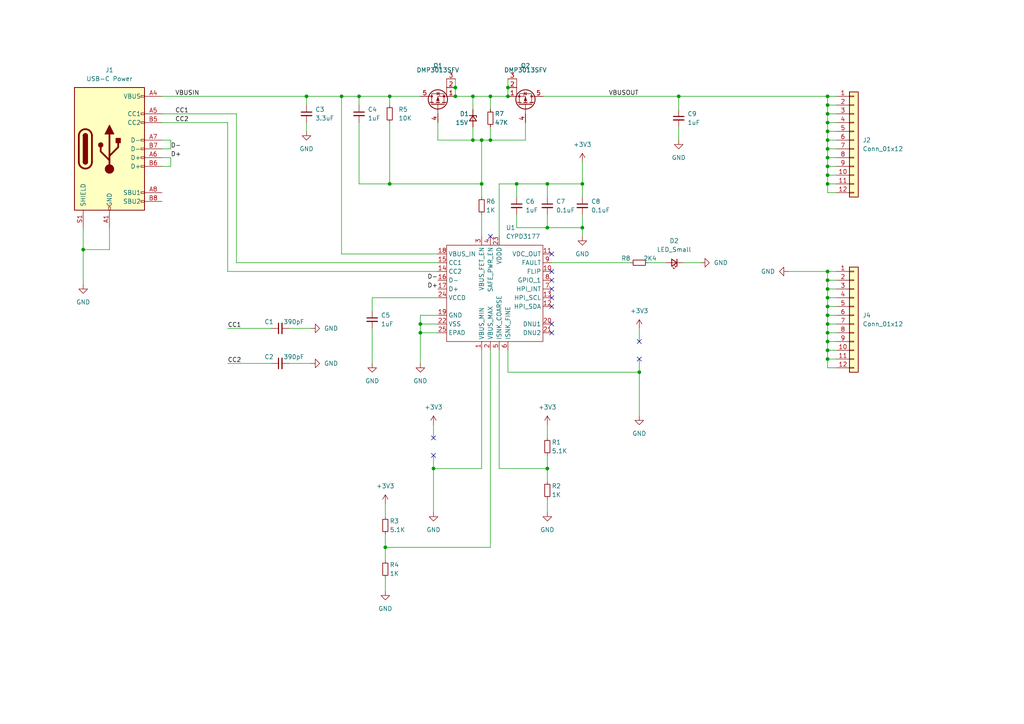
<source format=kicad_sch>
(kicad_sch (version 20230121) (generator eeschema)
  (paper "A4")
  (lib_symbols
    (symbol "Blot:CYPD3177"
      (property "Reference" "U" (at -12.7 15.24 0))
      (property "Value" "CYPD3177" (at 8.89 15.24 0))
      (symbol "CYPD3177_0_1"
        (rectangle (start -13.97 13.97) (end 13.97 -13.97))
      )
      (symbol "CYPD3177_1_1"
        (pin input line (at -3.81 -16.51 90) (length 2.54) (name "VBUS_MIN") (number "1"))
        (pin input line (at 16.51 6.35 180) (length 2.54) (name "FLIP") (number "10"))
        (pin input line (at 16.51 11.43 180) (length 2.54) (name "VDC_OUT") (number "11"))
        (pin input line (at 16.51 -3.81 180) (length 2.54) (name "HPI_SDA") (number "12"))
        (pin input line (at 16.51 -1.27 180) (length 2.54) (name "HPI_SCL") (number "13"))
        (pin input line (at -16.51 6.35 0) (length 2.54) (name "CC2") (number "14"))
        (pin input line (at -16.51 8.89 0) (length 2.54) (name "CC1") (number "15"))
        (pin input line (at -16.51 3.81 0) (length 2.54) (name "D-") (number "16"))
        (pin input line (at -16.51 1.27 0) (length 2.54) (name "D+") (number "17"))
        (pin input line (at -16.51 11.43 0) (length 2.54) (name "VBUS_IN") (number "18"))
        (pin input line (at -16.51 -6.35 0) (length 2.54) (name "GND") (number "19"))
        (pin input line (at -1.27 -16.51 90) (length 2.54) (name "VBUS_MAX") (number "2"))
        (pin input line (at 16.51 -8.89 180) (length 2.54) (name "DNU1") (number "20"))
        (pin input line (at 16.51 -11.43 180) (length 2.54) (name "DNU2") (number "21"))
        (pin input line (at -16.51 -8.89 0) (length 2.54) (name "VSS") (number "22"))
        (pin input line (at 1.27 16.51 270) (length 2.54) (name "VDDD") (number "23"))
        (pin input line (at -16.51 -1.27 0) (length 2.54) (name "VCCD") (number "24"))
        (pin input line (at -16.51 -11.43 0) (length 2.54) (name "EPAD") (number "25"))
        (pin input line (at -3.81 16.51 270) (length 2.54) (name "VBUS_FET_EN") (number "3"))
        (pin input line (at -1.27 16.51 270) (length 2.54) (name "SAFE_PWR_EN") (number "4"))
        (pin input line (at 1.27 -16.51 90) (length 2.54) (name "ISNK_COARSE") (number "5"))
        (pin input line (at 3.81 -16.51 90) (length 2.54) (name "ISNK_FINE") (number "6"))
        (pin input line (at 16.51 1.27 180) (length 2.54) (name "HPI_INT") (number "7"))
        (pin input line (at 16.51 3.81 180) (length 2.54) (name "GPIO_1") (number "8"))
        (pin input line (at 16.51 8.89 180) (length 2.54) (name "FAULT") (number "9"))
      )
    )
    (symbol "Connector:USB_C_Receptacle_USB2.0" (pin_names (offset 1.016))
      (property "Reference" "J" (at -10.16 19.05 0))
      (property "Value" "USB_C_Receptacle_USB2.0" (at 19.05 19.05 0))
      (symbol "USB_C_Receptacle_USB2.0_0_0"
        (rectangle (start -0.254 -17.78) (end 0.254 -16.764))
        (rectangle (start 10.16 -14.986) (end 9.144 -15.494))
        (rectangle (start 10.16 -12.446) (end 9.144 -12.954))
        (rectangle (start 10.16 -4.826) (end 9.144 -5.334))
        (rectangle (start 10.16 -2.286) (end 9.144 -2.794))
        (rectangle (start 10.16 0.254) (end 9.144 -0.254))
        (rectangle (start 10.16 2.794) (end 9.144 2.286))
        (rectangle (start 10.16 7.874) (end 9.144 7.366))
        (rectangle (start 10.16 10.414) (end 9.144 9.906))
        (rectangle (start 10.16 15.494) (end 9.144 14.986))
      )
      (symbol "USB_C_Receptacle_USB2.0_0_1"
        (rectangle (start -10.16 17.78) (end 10.16 -17.78) (stroke (width 0.254)) (fill (type background)))
        (arc (start -8.89 -3.81) (mid -6.985 -5.7067) (end -5.08 -3.81) (stroke (width 0.508)))
        (arc (start -7.62 -3.81) (mid -6.985 -4.4423) (end -6.35 -3.81) (stroke (width 0.254)))
        (arc (start -7.62 -3.81) (mid -6.985 -4.4423) (end -6.35 -3.81) (stroke (width 0.254)) (fill (type outline)))
        (rectangle (start -7.62 -3.81) (end -6.35 3.81) (stroke (width 0.254)) (fill (type outline)))
        (arc (start -6.35 3.81) (mid -6.985 4.4423) (end -7.62 3.81) (stroke (width 0.254)))
        (arc (start -6.35 3.81) (mid -6.985 4.4423) (end -7.62 3.81) (stroke (width 0.254)) (fill (type outline)))
        (arc (start -5.08 3.81) (mid -6.985 5.7067) (end -8.89 3.81) (stroke (width 0.508)))
        (circle (center -2.54 1.143) (radius 0.635) (stroke (width 0.254)) (fill (type outline)))
        (circle (center 0 -5.842) (radius 1.27) (fill (type outline)))
        (polyline (pts (xy -8.89 -3.81) (xy -8.89 3.81)) (stroke (width 0.508)))
        (polyline (pts (xy -5.08 3.81) (xy -5.08 -3.81)) (stroke (width 0.508)))
        (polyline (pts (xy 0 -5.842) (xy 0 4.318)) (stroke (width 0.508)))
        (polyline (pts (xy 0 -3.302) (xy -2.54 -0.762) (xy -2.54 0.508)) (stroke (width 0.508)))
        (polyline (pts (xy 0 -2.032) (xy 2.54 0.508) (xy 2.54 1.778)) (stroke (width 0.508)))
        (polyline (pts (xy -1.27 4.318) (xy 0 6.858) (xy 1.27 4.318) (xy -1.27 4.318)) (stroke (width 0.254)) (fill (type outline)))
        (rectangle (start 1.905 1.778) (end 3.175 3.048) (stroke (width 0.254)) (fill (type outline)))
      )
      (symbol "USB_C_Receptacle_USB2.0_1_1"
        (pin passive line (at 0 -22.86 90) (length 5.08) (name "GND") (number "A1"))
        (pin passive line (at 0 -22.86 90) (length 5.08) hide (name "GND") (number "A12"))
        (pin passive line (at 15.24 15.24 180) (length 5.08) (name "VBUS") (number "A4"))
        (pin bidirectional line (at 15.24 10.16 180) (length 5.08) (name "CC1") (number "A5"))
        (pin bidirectional line (at 15.24 -2.54 180) (length 5.08) (name "D+") (number "A6"))
        (pin bidirectional line (at 15.24 2.54 180) (length 5.08) (name "D-") (number "A7"))
        (pin bidirectional line (at 15.24 -12.7 180) (length 5.08) (name "SBU1") (number "A8"))
        (pin passive line (at 15.24 15.24 180) (length 5.08) hide (name "VBUS") (number "A9"))
        (pin passive line (at 0 -22.86 90) (length 5.08) hide (name "GND") (number "B1"))
        (pin passive line (at 0 -22.86 90) (length 5.08) hide (name "GND") (number "B12"))
        (pin passive line (at 15.24 15.24 180) (length 5.08) hide (name "VBUS") (number "B4"))
        (pin bidirectional line (at 15.24 7.62 180) (length 5.08) (name "CC2") (number "B5"))
        (pin bidirectional line (at 15.24 -5.08 180) (length 5.08) (name "D+") (number "B6"))
        (pin bidirectional line (at 15.24 0 180) (length 5.08) (name "D-") (number "B7"))
        (pin bidirectional line (at 15.24 -15.24 180) (length 5.08) (name "SBU2") (number "B8"))
        (pin passive line (at 15.24 15.24 180) (length 5.08) hide (name "VBUS") (number "B9"))
        (pin passive line (at -7.62 -22.86 90) (length 5.08) (name "SHIELD") (number "S1"))
      )
    )
    (symbol "Connector_Generic:Conn_01x12" (pin_names (offset 1.016) hide)
      (property "Reference" "J" (at 0 15.24 0))
      (property "Value" "Conn_01x12" (at 0 -17.78 0))
      (symbol "Conn_01x12_1_1"
        (rectangle (start -1.27 -15.113) (end 0 -15.367) (stroke (width 0.1524)))
        (rectangle (start -1.27 -12.573) (end 0 -12.827) (stroke (width 0.1524)))
        (rectangle (start -1.27 -10.033) (end 0 -10.287) (stroke (width 0.1524)))
        (rectangle (start -1.27 -7.493) (end 0 -7.747) (stroke (width 0.1524)))
        (rectangle (start -1.27 -4.953) (end 0 -5.207) (stroke (width 0.1524)))
        (rectangle (start -1.27 -2.413) (end 0 -2.667) (stroke (width 0.1524)))
        (rectangle (start -1.27 0.127) (end 0 -0.127) (stroke (width 0.1524)))
        (rectangle (start -1.27 2.667) (end 0 2.413) (stroke (width 0.1524)))
        (rectangle (start -1.27 5.207) (end 0 4.953) (stroke (width 0.1524)))
        (rectangle (start -1.27 7.747) (end 0 7.493) (stroke (width 0.1524)))
        (rectangle (start -1.27 10.287) (end 0 10.033) (stroke (width 0.1524)))
        (rectangle (start -1.27 12.827) (end 0 12.573) (stroke (width 0.1524)))
        (rectangle (start -1.27 13.97) (end 1.27 -16.51) (stroke (width 0.254)) (fill (type background)))
        (pin passive line (at -5.08 12.7 0) (length 3.81) (name "Pin_1") (number "1"))
        (pin passive line (at -5.08 -10.16 0) (length 3.81) (name "Pin_10") (number "10"))
        (pin passive line (at -5.08 -12.7 0) (length 3.81) (name "Pin_11") (number "11"))
        (pin passive line (at -5.08 -15.24 0) (length 3.81) (name "Pin_12") (number "12"))
        (pin passive line (at -5.08 10.16 0) (length 3.81) (name "Pin_2") (number "2"))
        (pin passive line (at -5.08 7.62 0) (length 3.81) (name "Pin_3") (number "3"))
        (pin passive line (at -5.08 5.08 0) (length 3.81) (name "Pin_4") (number "4"))
        (pin passive line (at -5.08 2.54 0) (length 3.81) (name "Pin_5") (number "5"))
        (pin passive line (at -5.08 0 0) (length 3.81) (name "Pin_6") (number "6"))
        (pin passive line (at -5.08 -2.54 0) (length 3.81) (name "Pin_7") (number "7"))
        (pin passive line (at -5.08 -5.08 0) (length 3.81) (name "Pin_8") (number "8"))
        (pin passive line (at -5.08 -7.62 0) (length 3.81) (name "Pin_9") (number "9"))
      )
    )
    (symbol "Device:C_Small" (pin_numbers hide) (pin_names (offset 0.254) hide)
      (property "Reference" "C" (at 0.254 1.778 0))
      (property "Value" "C_Small" (at 0.254 -2.032 0))
      (symbol "C_Small_0_1"
        (polyline (pts (xy -1.524 -0.508) (xy 1.524 -0.508)) (stroke (width 0.3302)))
        (polyline (pts (xy -1.524 0.508) (xy 1.524 0.508)) (stroke (width 0.3048)))
      )
      (symbol "C_Small_1_1"
        (pin passive line (at 0 2.54 270) (length 2.032) (name "~") (number "1"))
        (pin passive line (at 0 -2.54 90) (length 2.032) (name "~") (number "2"))
      )
    )
    (symbol "Device:D_Zener_Small" (pin_numbers hide) (pin_names (offset 0.254) hide)
      (property "Reference" "D" (at 0 2.286 0))
      (property "Value" "D_Zener_Small" (at 0 -2.286 0))
      (symbol "D_Zener_Small_0_1"
        (polyline (pts (xy 0.762 0) (xy -0.762 0)))
        (polyline (pts (xy -0.254 1.016) (xy -0.762 1.016) (xy -0.762 -1.016)) (stroke (width 0.254)))
        (polyline (pts (xy 0.762 1.016) (xy -0.762 0) (xy 0.762 -1.016) (xy 0.762 1.016)) (stroke (width 0.254)))
      )
      (symbol "D_Zener_Small_1_1"
        (pin passive line (at -2.54 0 0) (length 1.778) (name "K") (number "1"))
        (pin passive line (at 2.54 0 180) (length 1.778) (name "A") (number "2"))
      )
    )
    (symbol "Device:LED_Small" (pin_numbers hide) (pin_names (offset 0.254) hide)
      (property "Reference" "D" (at -1.27 3.175 0))
      (property "Value" "LED_Small" (at -4.445 -2.54 0))
      (symbol "LED_Small_0_1"
        (polyline (pts (xy -0.762 -1.016) (xy -0.762 1.016)) (stroke (width 0.254)))
        (polyline (pts (xy 1.016 0) (xy -0.762 0)))
        (polyline (pts (xy 0.762 -1.016) (xy -0.762 0) (xy 0.762 1.016) (xy 0.762 -1.016)) (stroke (width 0.254)))
        (polyline (pts (xy 0 0.762) (xy -0.508 1.27) (xy -0.254 1.27) (xy -0.508 1.27) (xy -0.508 1.016)))
        (polyline (pts (xy 0.508 1.27) (xy 0 1.778) (xy 0.254 1.778) (xy 0 1.778) (xy 0 1.524)))
      )
      (symbol "LED_Small_1_1"
        (pin passive line (at -2.54 0 0) (length 1.778) (name "K") (number "1"))
        (pin passive line (at 2.54 0 180) (length 1.778) (name "A") (number "2"))
      )
    )
    (symbol "Device:R_Small" (pin_numbers hide) (pin_names (offset 0.254) hide)
      (property "Reference" "R" (at 0.762 0.508 0))
      (property "Value" "R_Small" (at 0.762 -1.016 0))
      (symbol "R_Small_0_1"
        (rectangle (start -0.762 1.778) (end 0.762 -1.778) (stroke (width 0.2032)))
      )
      (symbol "R_Small_1_1"
        (pin passive line (at 0 2.54 270) (length 0.762) (name "~") (number "1"))
        (pin passive line (at 0 -2.54 90) (length 0.762) (name "~") (number "2"))
      )
    )
    (symbol "Transistor_FET:DMP3013SFV" (pin_names hide)
      (property "Reference" "Q" (at 5.08 1.905 0))
      (property "Value" "DMP3013SFV" (at 5.08 0 0))
      (symbol "DMP3013SFV_0_1"
        (polyline (pts (xy 0.254 0) (xy -2.54 0)))
        (polyline (pts (xy 0.254 1.905) (xy 0.254 -1.905)) (stroke (width 0.254)))
        (polyline (pts (xy 0.762 -1.27) (xy 0.762 -2.286)) (stroke (width 0.254)))
        (polyline (pts (xy 0.762 0.508) (xy 0.762 -0.508)) (stroke (width 0.254)))
        (polyline (pts (xy 0.762 2.286) (xy 0.762 1.27)) (stroke (width 0.254)))
        (polyline (pts (xy 2.54 2.54) (xy 2.54 1.778)))
        (polyline (pts (xy 7.62 -2.54) (xy 2.54 -2.54)))
        (polyline (pts (xy 2.54 -2.54) (xy 2.54 0) (xy 0.762 0)))
        (polyline (pts (xy 0.762 1.778) (xy 3.302 1.778) (xy 3.302 -1.778) (xy 0.762 -1.778)))
        (polyline (pts (xy 2.286 0) (xy 1.27 0.381) (xy 1.27 -0.381) (xy 2.286 0)) (fill (type outline)))
        (polyline (pts (xy 2.794 -0.508) (xy 2.921 -0.381) (xy 3.683 -0.381) (xy 3.81 -0.254)))
        (polyline (pts (xy 3.302 -0.381) (xy 2.921 0.254) (xy 3.683 0.254) (xy 3.302 -0.381)))
        (circle (center 1.651 0) (radius 2.794) (stroke (width 0.254)))
        (circle (center 2.54 -1.778) (radius 0.254) (fill (type outline)))
        (circle (center 2.54 1.778) (radius 0.254) (fill (type outline)))
      )
      (symbol "DMP3013SFV_1_1"
        (pin passive line (at 2.54 -5.08 90) (length 2.54) (name "S") (number "1"))
        (pin input line (at 5.08 -5.08 90) (length 2.54) (name "2") (number "2"))
        (pin passive line (at 2.54 -5.08 90) (length 2.54) hide (name "S") (number "2"))
        (pin input line (at 7.62 -5.08 90) (length 2.54) (name "3") (number "3"))
        (pin passive line (at 2.54 -5.08 90) (length 2.54) hide (name "S") (number "3"))
        (pin passive line (at -5.08 0 0) (length 2.54) (name "G") (number "4"))
        (pin passive line (at 2.54 5.08 270) (length 2.54) (name "D") (number "5"))
      )
    )
    (symbol "power:+3V3" (power) (pin_names (offset 0))
      (property "Value" "+3V3" (at 0 3.556 0))
      (symbol "+3V3_0_1"
        (polyline (pts (xy -0.762 1.27) (xy 0 2.54)))
        (polyline (pts (xy 0 0) (xy 0 2.54)))
        (polyline (pts (xy 0 2.54) (xy 0.762 1.27)))
      )
      (symbol "+3V3_1_1"
        (pin power_in line (at 0 0 90) (length 0) hide (name "+3V3") (number "1"))
      )
    )
    (symbol "power:GND" (power) (pin_names (offset 0))
      (property "Value" "GND" (at 0 -3.81 0))
      (symbol "GND_0_1"
        (polyline (pts (xy 0 0) (xy 0 -1.27) (xy 1.27 -1.27) (xy 0 -2.54) (xy -1.27 -1.27) (xy 0 -1.27)))
      )
      (symbol "GND_1_1"
        (pin power_in line (at 0 0 270) (length 0) hide (name "GND") (number "1"))
      )
    )
  )
  (junction (at 168.91 66.04))
  (junction (at 139.7 40.64))
  (junction (at 240.03 83.82))
  (junction (at 240.03 104.14))
  (junction (at 240.03 86.36))
  (junction (at 142.24 27.94))
  (junction (at 240.03 99.06))
  (junction (at 158.75 135.89))
  (junction (at 158.75 53.34))
  (junction (at 185.42 107.95))
  (junction (at 147.32 25.4))
  (junction (at 240.03 81.28))
  (junction (at 139.7 53.34))
  (junction (at 137.16 27.94))
  (junction (at 240.03 88.9))
  (junction (at 240.03 78.74))
  (junction (at 149.86 53.34))
  (junction (at 158.75 66.04))
  (junction (at 132.08 27.94))
  (junction (at 168.91 53.34))
  (junction (at 240.03 53.34))
  (junction (at 113.03 53.34))
  (junction (at 240.03 50.8))
  (junction (at 240.03 38.1))
  (junction (at 99.06 27.94))
  (junction (at 240.03 48.26))
  (junction (at 113.03 27.94))
  (junction (at 111.76 158.75))
  (junction (at 142.24 40.64))
  (junction (at 125.73 135.89))
  (junction (at 240.03 43.18))
  (junction (at 147.32 27.94))
  (junction (at 132.08 25.4))
  (junction (at 121.92 96.52))
  (junction (at 240.03 30.48))
  (junction (at 240.03 93.98))
  (junction (at 240.03 27.94))
  (junction (at 240.03 101.6))
  (junction (at 104.14 27.94))
  (junction (at 88.9 27.94))
  (junction (at 24.13 72.39))
  (junction (at 240.03 33.02))
  (junction (at 121.92 93.98))
  (junction (at 240.03 91.44))
  (junction (at 240.03 35.56))
  (junction (at 196.85 27.94))
  (junction (at 240.03 45.72))
  (junction (at 137.16 40.64))
  (junction (at 240.03 96.52))
  (junction (at 240.03 40.64))
  (no_connect (at 160.02 96.52))
  (no_connect (at 125.73 127))
  (no_connect (at 160.02 86.36))
  (no_connect (at 185.42 104.14))
  (no_connect (at 160.02 81.28))
  (no_connect (at 160.02 73.66))
  (no_connect (at 185.42 99.06))
  (no_connect (at 125.73 132.08))
  (no_connect (at 160.02 78.74))
  (no_connect (at 160.02 88.9))
  (no_connect (at 160.02 83.82))
  (no_connect (at 160.02 93.98))
  (no_connect (at 142.24 68.58))
  (wire (pts (xy 242.57 93.98) (xy 240.03 93.98)))
  (wire (pts (xy 107.95 86.36) (xy 107.95 90.17)))
  (wire (pts (xy 242.57 35.56) (xy 240.03 35.56)))
  (wire (pts (xy 139.7 40.64) (xy 139.7 53.34)))
  (wire (pts (xy 139.7 62.23) (xy 139.7 68.58)))
  (wire (pts (xy 158.75 123.19) (xy 158.75 127)))
  (wire (pts (xy 242.57 33.02) (xy 240.03 33.02)))
  (wire (pts (xy 240.03 43.18) (xy 242.57 43.18)))
  (wire (pts (xy 125.73 135.89) (xy 139.7 135.89)))
  (wire (pts (xy 160.02 76.2) (xy 182.88 76.2)))
  (wire (pts (xy 66.04 78.74) (xy 127 78.74)))
  (wire (pts (xy 240.03 86.36) (xy 240.03 83.82)))
  (wire (pts (xy 242.57 53.34) (xy 240.03 53.34)))
  (wire (pts (xy 113.03 35.56) (xy 113.03 53.34)))
  (wire (pts (xy 158.75 132.08) (xy 158.75 135.89)))
  (wire (pts (xy 240.03 53.34) (xy 240.03 50.8)))
  (wire (pts (xy 66.04 105.41) (xy 78.74 105.41)))
  (wire (pts (xy 168.91 66.04) (xy 168.91 68.58)))
  (wire (pts (xy 142.24 36.83) (xy 142.24 40.64)))
  (wire (pts (xy 127 40.64) (xy 137.16 40.64)))
  (wire (pts (xy 240.03 91.44) (xy 240.03 88.9)))
  (wire (pts (xy 240.03 104.14) (xy 240.03 101.6)))
  (wire (pts (xy 242.57 106.68) (xy 240.03 106.68)))
  (wire (pts (xy 158.75 62.23) (xy 158.75 66.04)))
  (wire (pts (xy 149.86 53.34) (xy 149.86 57.15)))
  (wire (pts (xy 49.53 43.18) (xy 46.99 43.18)))
  (wire (pts (xy 168.91 62.23) (xy 168.91 66.04)))
  (wire (pts (xy 147.32 25.4) (xy 147.32 27.94)))
  (wire (pts (xy 127 86.36) (xy 107.95 86.36)))
  (wire (pts (xy 88.9 27.94) (xy 99.06 27.94)))
  (wire (pts (xy 144.78 101.6) (xy 144.78 135.89)))
  (wire (pts (xy 104.14 27.94) (xy 113.03 27.94)))
  (wire (pts (xy 242.57 30.48) (xy 240.03 30.48)))
  (wire (pts (xy 121.92 91.44) (xy 121.92 93.98)))
  (wire (pts (xy 46.99 27.94) (xy 88.9 27.94)))
  (wire (pts (xy 240.03 45.72) (xy 240.03 48.26)))
  (wire (pts (xy 147.32 107.95) (xy 185.42 107.95)))
  (wire (pts (xy 137.16 27.94) (xy 137.16 31.75)))
  (wire (pts (xy 31.75 72.39) (xy 24.13 72.39)))
  (wire (pts (xy 149.86 66.04) (xy 158.75 66.04)))
  (wire (pts (xy 149.86 53.34) (xy 158.75 53.34)))
  (wire (pts (xy 121.92 96.52) (xy 121.92 105.41)))
  (wire (pts (xy 240.03 50.8) (xy 240.03 48.26)))
  (wire (pts (xy 228.6 78.74) (xy 240.03 78.74)))
  (wire (pts (xy 242.57 40.64) (xy 240.03 40.64)))
  (wire (pts (xy 147.32 101.6) (xy 147.32 107.95)))
  (wire (pts (xy 83.82 105.41) (xy 90.17 105.41)))
  (wire (pts (xy 125.73 135.89) (xy 125.73 148.59)))
  (wire (pts (xy 242.57 83.82) (xy 240.03 83.82)))
  (wire (pts (xy 125.73 132.08) (xy 125.73 135.89)))
  (wire (pts (xy 139.7 101.6) (xy 139.7 135.89)))
  (wire (pts (xy 158.75 66.04) (xy 168.91 66.04)))
  (wire (pts (xy 240.03 106.68) (xy 240.03 104.14)))
  (wire (pts (xy 111.76 154.94) (xy 111.76 158.75)))
  (wire (pts (xy 142.24 27.94) (xy 137.16 27.94)))
  (wire (pts (xy 104.14 53.34) (xy 113.03 53.34)))
  (wire (pts (xy 88.9 35.56) (xy 88.9 38.1)))
  (wire (pts (xy 132.08 22.86) (xy 132.08 25.4)))
  (wire (pts (xy 49.53 45.72) (xy 49.53 48.26)))
  (wire (pts (xy 240.03 88.9) (xy 242.57 88.9)))
  (wire (pts (xy 46.99 45.72) (xy 49.53 45.72)))
  (wire (pts (xy 68.58 76.2) (xy 68.58 33.02)))
  (wire (pts (xy 111.76 146.05) (xy 111.76 149.86)))
  (wire (pts (xy 240.03 38.1) (xy 240.03 35.56)))
  (wire (pts (xy 185.42 104.14) (xy 185.42 107.95)))
  (wire (pts (xy 111.76 158.75) (xy 111.76 162.56)))
  (wire (pts (xy 158.75 53.34) (xy 158.75 57.15)))
  (wire (pts (xy 144.78 53.34) (xy 149.86 53.34)))
  (wire (pts (xy 83.82 95.25) (xy 90.17 95.25)))
  (wire (pts (xy 240.03 40.64) (xy 240.03 43.18)))
  (wire (pts (xy 127 91.44) (xy 121.92 91.44)))
  (wire (pts (xy 137.16 36.83) (xy 137.16 40.64)))
  (wire (pts (xy 187.96 76.2) (xy 193.04 76.2)))
  (wire (pts (xy 121.92 96.52) (xy 127 96.52)))
  (wire (pts (xy 132.08 27.94) (xy 137.16 27.94)))
  (wire (pts (xy 196.85 36.83) (xy 196.85 40.64)))
  (wire (pts (xy 240.03 96.52) (xy 240.03 93.98)))
  (wire (pts (xy 240.03 40.64) (xy 240.03 38.1)))
  (wire (pts (xy 152.4 40.64) (xy 152.4 35.56)))
  (wire (pts (xy 168.91 46.99) (xy 168.91 53.34)))
  (wire (pts (xy 121.92 93.98) (xy 121.92 96.52)))
  (wire (pts (xy 240.03 99.06) (xy 242.57 99.06)))
  (wire (pts (xy 185.42 95.25) (xy 185.42 99.06)))
  (wire (pts (xy 66.04 35.56) (xy 66.04 78.74)))
  (wire (pts (xy 158.75 144.78) (xy 158.75 148.59)))
  (wire (pts (xy 142.24 27.94) (xy 147.32 27.94)))
  (wire (pts (xy 240.03 35.56) (xy 240.03 33.02)))
  (wire (pts (xy 46.99 35.56) (xy 66.04 35.56)))
  (wire (pts (xy 142.24 40.64) (xy 152.4 40.64)))
  (wire (pts (xy 240.03 83.82) (xy 240.03 81.28)))
  (wire (pts (xy 113.03 27.94) (xy 113.03 30.48)))
  (wire (pts (xy 113.03 27.94) (xy 121.92 27.94)))
  (wire (pts (xy 242.57 101.6) (xy 240.03 101.6)))
  (wire (pts (xy 185.42 107.95) (xy 185.42 120.65)))
  (wire (pts (xy 242.57 50.8) (xy 240.03 50.8)))
  (wire (pts (xy 240.03 96.52) (xy 240.03 99.06)))
  (wire (pts (xy 240.03 93.98) (xy 240.03 91.44)))
  (wire (pts (xy 158.75 53.34) (xy 168.91 53.34)))
  (wire (pts (xy 144.78 135.89) (xy 158.75 135.89)))
  (wire (pts (xy 99.06 27.94) (xy 104.14 27.94)))
  (wire (pts (xy 121.92 93.98) (xy 127 93.98)))
  (wire (pts (xy 24.13 72.39) (xy 24.13 66.04)))
  (wire (pts (xy 242.57 104.14) (xy 240.03 104.14)))
  (wire (pts (xy 127 76.2) (xy 68.58 76.2)))
  (wire (pts (xy 149.86 62.23) (xy 149.86 66.04)))
  (wire (pts (xy 142.24 31.75) (xy 142.24 27.94)))
  (wire (pts (xy 99.06 73.66) (xy 99.06 27.94)))
  (wire (pts (xy 113.03 53.34) (xy 139.7 53.34)))
  (wire (pts (xy 196.85 27.94) (xy 196.85 31.75)))
  (wire (pts (xy 157.48 27.94) (xy 196.85 27.94)))
  (wire (pts (xy 242.57 38.1) (xy 240.03 38.1)))
  (wire (pts (xy 144.78 68.58) (xy 144.78 53.34)))
  (wire (pts (xy 240.03 86.36) (xy 240.03 88.9)))
  (wire (pts (xy 49.53 48.26) (xy 46.99 48.26)))
  (wire (pts (xy 127 35.56) (xy 127 40.64)))
  (wire (pts (xy 132.08 25.4) (xy 132.08 27.94)))
  (wire (pts (xy 242.57 86.36) (xy 240.03 86.36)))
  (wire (pts (xy 240.03 27.94) (xy 242.57 27.94)))
  (wire (pts (xy 49.53 40.64) (xy 49.53 43.18)))
  (wire (pts (xy 107.95 95.25) (xy 107.95 105.41)))
  (wire (pts (xy 240.03 101.6) (xy 240.03 99.06)))
  (wire (pts (xy 240.03 33.02) (xy 240.03 30.48)))
  (wire (pts (xy 139.7 53.34) (xy 139.7 57.15)))
  (wire (pts (xy 125.73 123.19) (xy 125.73 127)))
  (wire (pts (xy 66.04 95.25) (xy 78.74 95.25)))
  (wire (pts (xy 111.76 158.75) (xy 142.24 158.75)))
  (wire (pts (xy 242.57 81.28) (xy 240.03 81.28)))
  (wire (pts (xy 240.03 78.74) (xy 242.57 78.74)))
  (wire (pts (xy 198.12 76.2) (xy 203.2 76.2)))
  (wire (pts (xy 139.7 40.64) (xy 142.24 40.64)))
  (wire (pts (xy 88.9 27.94) (xy 88.9 30.48)))
  (wire (pts (xy 137.16 40.64) (xy 139.7 40.64)))
  (wire (pts (xy 242.57 96.52) (xy 240.03 96.52)))
  (wire (pts (xy 68.58 33.02) (xy 46.99 33.02)))
  (wire (pts (xy 46.99 40.64) (xy 49.53 40.64)))
  (wire (pts (xy 240.03 45.72) (xy 240.03 43.18)))
  (wire (pts (xy 242.57 91.44) (xy 240.03 91.44)))
  (wire (pts (xy 104.14 27.94) (xy 104.14 30.48)))
  (wire (pts (xy 240.03 48.26) (xy 242.57 48.26)))
  (wire (pts (xy 240.03 30.48) (xy 240.03 27.94)))
  (wire (pts (xy 31.75 66.04) (xy 31.75 72.39)))
  (wire (pts (xy 242.57 55.88) (xy 240.03 55.88)))
  (wire (pts (xy 127 73.66) (xy 99.06 73.66)))
  (wire (pts (xy 240.03 27.94) (xy 196.85 27.94)))
  (wire (pts (xy 168.91 53.34) (xy 168.91 57.15)))
  (wire (pts (xy 111.76 167.64) (xy 111.76 171.45)))
  (wire (pts (xy 147.32 22.86) (xy 147.32 25.4)))
  (wire (pts (xy 240.03 81.28) (xy 240.03 78.74)))
  (wire (pts (xy 240.03 55.88) (xy 240.03 53.34)))
  (wire (pts (xy 158.75 135.89) (xy 158.75 139.7)))
  (wire (pts (xy 242.57 45.72) (xy 240.03 45.72)))
  (wire (pts (xy 104.14 35.56) (xy 104.14 53.34)))
  (wire (pts (xy 24.13 72.39) (xy 24.13 82.55)))
  (wire (pts (xy 142.24 101.6) (xy 142.24 158.75)))
  (label "VBUSOUT" (at 176.53 27.94 0))
  (label "D-" (at 49.53 43.18 0))
  (label "D+" (at 127 83.82 180))
  (label "CC2" (at 50.8 35.56 0))
  (label "CC1" (at 66.04 95.25 0))
  (label "CC2" (at 66.04 105.41 0))
  (label "D+" (at 49.53 45.72 0))
  (label "VBUSIN" (at 50.8 27.94 0))
  (label "CC1" (at 50.8 33.02 0))
  (label "D-" (at 127 81.28 180))
  (symbol (lib_id "Transistor_FET:DMP3013SFV") (at 152.4 30.48 270) (mirror x) (unit 1)
    (property "Reference" "Q2" (at 152.4 19.05 90))
    (property "Value" "DMP3013SFV" (at 152.4 20.32 90))
    (property "Footprint" "Package_SON:Diodes_PowerDI3333-8" (effects hide))
    (property "Datasheet" "https://www.diodes.com/assets/Datasheets/DMP3013SFV.pdf" (effects hide))
  )
  (symbol (lib_id "power:GND") (at 107.95 105.41 0) (unit 1)
    (property "Reference" "#PWR09" (effects hide))
    (property "Value" "GND" (at 107.95 110.49 0))
  )
  (symbol (lib_id "Device:C_Small") (at 168.91 59.69 0) (unit 1)
    (property "Reference" "C8" (at 171.45 58.4263 0) (effects (justify left)))
    (property "Value" "0.1uF" (at 171.45 60.9663 0) (effects (justify left)))
    (property "Footprint" "Capacitor_SMD:C_0603_1608Metric_Pad1.08x0.95mm_HandSolder" (effects hide))
  )
  (symbol (lib_id "power:GND") (at 158.75 148.59 0) (unit 1)
    (property "Reference" "#PWR021" (effects hide))
    (property "Value" "GND" (at 158.75 153.67 0))
  )
  (symbol (lib_id "power:GND") (at 111.76 171.45 0) (unit 1)
    (property "Reference" "#PWR03" (effects hide))
    (property "Value" "GND" (at 111.76 176.53 0))
  )
  (symbol (lib_id "power:+3V3") (at 158.75 123.19 0) (unit 1)
    (property "Reference" "#PWR020" (effects hide))
    (property "Value" "+3V3" (at 158.75 118.11 0))
  )
  (symbol (lib_id "power:GND") (at 203.2 76.2 90) (unit 1)
    (property "Reference" "#PWR018" (effects hide))
    (property "Value" "GND" (at 207.01 76.2 90) (effects (justify right)))
  )
  (symbol (lib_id "Device:C_Small") (at 81.28 105.41 90) (unit 1)
    (property "Reference" "C2" (at 79.375 103.505 90) (effects (justify left)))
    (property "Value" "390pF" (at 88.265 103.505 90) (effects (justify left)))
    (property "Footprint" "Capacitor_SMD:C_0603_1608Metric_Pad1.08x0.95mm_HandSolder" (effects hide))
  )
  (symbol (lib_id "Device:R_Small") (at 142.24 34.29 0) (unit 1)
    (property "Reference" "R7" (at 143.51 33.02 0) (effects (justify left)))
    (property "Value" "47K" (at 143.51 35.56 0) (effects (justify left)))
    (property "Footprint" "Resistor_SMD:R_0603_1608Metric_Pad0.98x0.95mm_HandSolder" (effects hide))
  )
  (symbol (lib_id "Connector_Generic:Conn_01x12") (at 247.65 40.64 0) (unit 1)
    (property "Reference" "J2" (at 250.19 40.64 0) (effects (justify left)))
    (property "Value" "Conn_01x12" (at 250.19 43.18 0) (effects (justify left)))
    (property "Footprint" "Connector_PinHeader_2.54mm:PinHeader_1x12_P2.54mm_Vertical" (effects hide))
  )
  (symbol (lib_id "Device:C_Small") (at 81.28 95.25 90) (unit 1)
    (property "Reference" "C1" (at 79.375 93.345 90) (effects (justify left)))
    (property "Value" "390pF" (at 88.265 93.345 90) (effects (justify left)))
    (property "Footprint" "Capacitor_SMD:C_0603_1608Metric_Pad1.08x0.95mm_HandSolder" (effects hide))
  )
  (symbol (lib_id "power:GND") (at 196.85 40.64 0) (unit 1)
    (property "Reference" "#PWR017" (effects hide))
    (property "Value" "GND" (at 196.85 45.72 0))
  )
  (symbol (lib_id "Device:R_Small") (at 158.75 142.24 0) (unit 1)
    (property "Reference" "R2" (at 160.02 140.97 0) (effects (justify left)))
    (property "Value" "1K" (at 160.02 143.51 0) (effects (justify left)))
    (property "Footprint" "Resistor_SMD:R_0603_1608Metric_Pad0.98x0.95mm_HandSolder" (effects hide))
  )
  (symbol (lib_id "power:GND") (at 24.13 82.55 0) (unit 1)
    (property "Reference" "#PWR01" (effects hide))
    (property "Value" "GND" (at 24.13 87.63 0))
  )
  (symbol (lib_id "Device:D_Zener_Small") (at 137.16 34.29 270) (unit 1)
    (property "Reference" "D1" (at 133.35 33.02 90) (effects (justify left)))
    (property "Value" "15V" (at 132.08 35.56 90) (effects (justify left)))
    (property "Footprint" "Diode_SMD:D_SOD-323F" (effects hide))
  )
  (symbol (lib_id "power:GND") (at 121.92 105.41 0) (unit 1)
    (property "Reference" "#PWR010" (effects hide))
    (property "Value" "GND" (at 121.92 110.49 0))
  )
  (symbol (lib_id "Transistor_FET:DMP3013SFV") (at 127 30.48 90) (unit 1)
    (property "Reference" "Q1" (at 127 19.05 90))
    (property "Value" "DMP3013SFV" (at 127 20.32 90))
    (property "Footprint" "Package_SON:Diodes_PowerDI3333-8" (effects hide))
    (property "Datasheet" "https://www.diodes.com/assets/Datasheets/DMP3013SFV.pdf" (effects hide))
  )
  (symbol (lib_id "Device:C_Small") (at 149.86 59.69 0) (unit 1)
    (property "Reference" "C6" (at 152.4 58.4263 0) (effects (justify left)))
    (property "Value" "1uF" (at 152.4 60.9663 0) (effects (justify left)))
    (property "Footprint" "Capacitor_SMD:C_0603_1608Metric_Pad1.08x0.95mm_HandSolder" (effects hide))
  )
  (symbol (lib_id "power:GND") (at 90.17 95.25 90) (unit 1)
    (property "Reference" "#PWR07" (effects hide))
    (property "Value" "GND" (at 93.98 95.25 90) (effects (justify right)))
  )
  (symbol (lib_id "Connector:USB_C_Receptacle_USB2.0") (at 31.75 43.18 0) (unit 1)
    (property "Reference" "J1" (at 31.75 20.32 0))
    (property "Value" "USB-C Power" (at 31.75 22.86 0))
    (property "Footprint" "Connector_USB:USB_C_Receptacle_HRO_TYPE-C-31-M-12" (effects hide))
    (property "Datasheet" "https://www.usb.org/sites/default/files/documents/usb_type-c.zip" (effects hide))
  )
  (symbol (lib_id "Device:R_Small") (at 113.03 33.02 0) (unit 1)
    (property "Reference" "R5" (at 115.57 31.75 0) (effects (justify left)))
    (property "Value" "10K" (at 115.57 34.29 0) (effects (justify left)))
    (property "Footprint" "Resistor_SMD:R_0603_1608Metric_Pad0.98x0.95mm_HandSolder" (effects hide))
  )
  (symbol (lib_id "power:GND") (at 185.42 120.65 0) (unit 1)
    (property "Reference" "#PWR016" (effects hide))
    (property "Value" "GND" (at 185.42 125.73 0))
  )
  (symbol (lib_id "Device:C_Small") (at 158.75 59.69 0) (unit 1)
    (property "Reference" "C7" (at 161.29 58.4263 0) (effects (justify left)))
    (property "Value" "0.1uF" (at 161.29 60.9663 0) (effects (justify left)))
    (property "Footprint" "Capacitor_SMD:C_0603_1608Metric_Pad1.08x0.95mm_HandSolder" (effects hide))
  )
  (symbol (lib_id "Device:C_Small") (at 196.85 34.29 0) (unit 1)
    (property "Reference" "C9" (at 199.39 33.0263 0) (effects (justify left)))
    (property "Value" "1uF" (at 199.39 35.5663 0) (effects (justify left)))
    (property "Footprint" "Capacitor_SMD:C_0603_1608Metric_Pad1.08x0.95mm_HandSolder" (effects hide))
  )
  (symbol (lib_id "Device:C_Small") (at 88.9 33.02 0) (unit 1)
    (property "Reference" "C3" (at 91.44 31.7563 0) (effects (justify left)))
    (property "Value" "3.3uF" (at 91.44 34.2963 0) (effects (justify left)))
    (property "Footprint" "Capacitor_SMD:C_0805_2012Metric_Pad1.18x1.45mm_HandSolder" (effects hide))
  )
  (symbol (lib_id "power:+3V3") (at 185.42 95.25 0) (unit 1)
    (property "Reference" "#PWR015" (effects hide))
    (property "Value" "+3V3" (at 185.42 90.17 0))
  )
  (symbol (lib_id "Device:R_Small") (at 111.76 152.4 0) (unit 1)
    (property "Reference" "R3" (at 113.03 151.13 0) (effects (justify left)))
    (property "Value" "5.1K" (at 113.03 153.67 0) (effects (justify left)))
    (property "Footprint" "Resistor_SMD:R_0603_1608Metric_Pad0.98x0.95mm_HandSolder" (effects hide))
  )
  (symbol (lib_id "power:+3V3") (at 168.91 46.99 0) (unit 1)
    (property "Reference" "#PWR013" (effects hide))
    (property "Value" "+3V3" (at 168.91 41.91 0))
  )
  (symbol (lib_id "Device:LED_Small") (at 195.58 76.2 180) (unit 1)
    (property "Reference" "D2" (at 195.5165 69.85 0))
    (property "Value" "LED_Small" (at 195.5165 72.39 0))
    (property "Footprint" "LED_SMD:LED_0805_2012Metric_Pad1.15x1.40mm_HandSolder" (effects hide))
  )
  (symbol (lib_id "Device:R_Small") (at 185.42 76.2 90) (unit 1)
    (property "Reference" "R8" (at 182.88 74.93 90) (effects (justify left)))
    (property "Value" "2K4" (at 190.5 74.93 90) (effects (justify left)))
    (property "Footprint" "Resistor_SMD:R_0603_1608Metric_Pad0.98x0.95mm_HandSolder" (effects hide))
  )
  (symbol (lib_id "power:+3V3") (at 111.76 146.05 0) (unit 1)
    (property "Reference" "#PWR02" (effects hide))
    (property "Value" "+3V3" (at 111.76 140.97 0))
  )
  (symbol (lib_id "Blot:CYPD3177") (at 143.51 85.09 0) (unit 1)
    (property "Reference" "U1" (at 146.7359 66.04 0) (effects (justify left)))
    (property "Value" "CYPD3177" (at 146.7359 68.58 0) (effects (justify left)))
    (property "Footprint" "Package_DFN_QFN:QFN-24-1EP_4x4mm_P0.5mm_EP2.7x2.7mm" (effects hide))
  )
  (symbol (lib_id "Device:R_Small") (at 139.7 59.69 0) (unit 1)
    (property "Reference" "R6" (at 140.97 58.42 0) (effects (justify left)))
    (property "Value" "1K" (at 140.97 60.96 0) (effects (justify left)))
    (property "Footprint" "Resistor_SMD:R_0603_1608Metric_Pad0.98x0.95mm_HandSolder" (effects hide))
  )
  (symbol (lib_id "Device:C_Small") (at 107.95 92.71 0) (unit 1)
    (property "Reference" "C5" (at 110.49 91.4463 0) (effects (justify left)))
    (property "Value" "1uF" (at 110.49 93.9863 0) (effects (justify left)))
    (property "Footprint" "Capacitor_SMD:C_0603_1608Metric_Pad1.08x0.95mm_HandSolder" (effects hide))
  )
  (symbol (lib_id "power:GND") (at 125.73 148.59 0) (unit 1)
    (property "Reference" "#PWR012" (effects hide))
    (property "Value" "GND" (at 125.73 153.67 0))
  )
  (symbol (lib_id "power:GND") (at 88.9 38.1 0) (unit 1)
    (property "Reference" "#PWR06" (effects hide))
    (property "Value" "GND" (at 88.9 43.18 0))
  )
  (symbol (lib_id "power:GND") (at 90.17 105.41 90) (unit 1)
    (property "Reference" "#PWR08" (effects hide))
    (property "Value" "GND" (at 93.98 105.41 90) (effects (justify right)))
  )
  (symbol (lib_id "power:GND") (at 228.6 78.74 270) (unit 1)
    (property "Reference" "#PWR019" (effects hide))
    (property "Value" "GND" (at 224.79 78.74 90) (effects (justify right)))
  )
  (symbol (lib_id "Device:R_Small") (at 158.75 129.54 0) (unit 1)
    (property "Reference" "R1" (at 160.02 128.27 0) (effects (justify left)))
    (property "Value" "5.1K" (at 160.02 130.81 0) (effects (justify left)))
    (property "Footprint" "Resistor_SMD:R_0603_1608Metric_Pad0.98x0.95mm_HandSolder" (effects hide))
  )
  (symbol (lib_id "power:GND") (at 168.91 68.58 0) (unit 1)
    (property "Reference" "#PWR014" (effects hide))
    (property "Value" "GND" (at 168.91 73.66 0))
  )
  (symbol (lib_id "power:+3V3") (at 125.73 123.19 0) (unit 1)
    (property "Reference" "#PWR011" (effects hide))
    (property "Value" "+3V3" (at 125.73 118.11 0))
  )
  (symbol (lib_id "Device:R_Small") (at 111.76 165.1 0) (unit 1)
    (property "Reference" "R4" (at 113.03 163.83 0) (effects (justify left)))
    (property "Value" "1K" (at 113.03 166.37 0) (effects (justify left)))
    (property "Footprint" "Resistor_SMD:R_0603_1608Metric_Pad0.98x0.95mm_HandSolder" (effects hide))
  )
  (symbol (lib_id "Connector_Generic:Conn_01x12") (at 247.65 91.44 0) (unit 1)
    (property "Reference" "J4" (at 250.19 91.44 0) (effects (justify left)))
    (property "Value" "Conn_01x12" (at 250.19 93.98 0) (effects (justify left)))
    (property "Footprint" "Connector_PinHeader_2.54mm:PinHeader_1x12_P2.54mm_Vertical" (effects hide))
  )
  (symbol (lib_id "Device:C_Small") (at 104.14 33.02 0) (unit 1)
    (property "Reference" "C4" (at 106.68 31.7563 0) (effects (justify left)))
    (property "Value" "1uF" (at 106.68 34.2963 0) (effects (justify left)))
    (property "Footprint" "Capacitor_SMD:C_0603_1608Metric_Pad1.08x0.95mm_HandSolder" (effects hide))
  )
)
</source>
